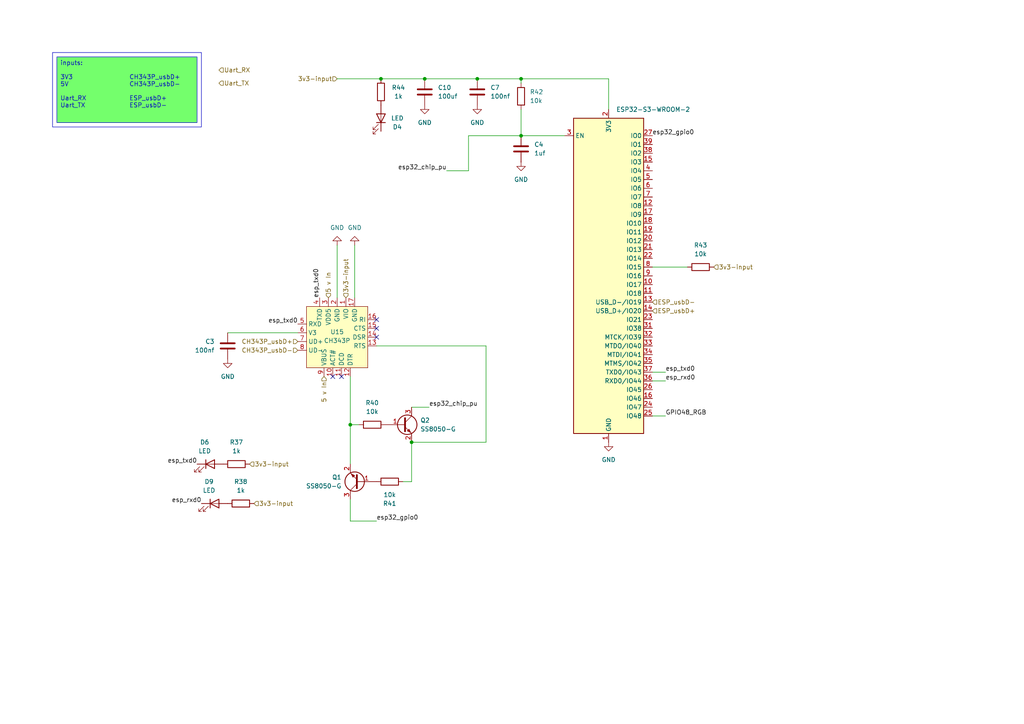
<source format=kicad_sch>
(kicad_sch (version 20231120) (generator "eeschema") (generator_version "8.0")
  (paper "A4")
  (lib_symbols
    (symbol "Device:C" (pin_numbers hide) (pin_names (offset 0.254))
      (property "Reference" "C" (at 0.635 2.54 0))
      (property "Value" "C" (at 0.635 -2.54 0))
      (symbol "C_0_1"
        (polyline (pts (xy -2.032 -0.762) (xy 2.032 -0.762)) (stroke (width 0.508)))
        (polyline (pts (xy -2.032 0.762) (xy 2.032 0.762)) (stroke (width 0.508)))
      )
      (symbol "C_1_1"
        (pin passive line (at 0 3.81 270) (length 2.794) (name "~") (number "1"))
        (pin passive line (at 0 -3.81 90) (length 2.794) (name "~") (number "2"))
      )
    )
    (symbol "Device:LED" (pin_numbers hide) (pin_names (offset 1.016) hide)
      (property "Reference" "D" (at 0 2.54 0))
      (property "Value" "LED" (at 0 -2.54 0))
      (symbol "LED_0_1"
        (polyline (pts (xy -1.27 -1.27) (xy -1.27 1.27)) (stroke (width 0.254)))
        (polyline (pts (xy -1.27 0) (xy 1.27 0)))
        (polyline (pts (xy 1.27 -1.27) (xy 1.27 1.27) (xy -1.27 0) (xy 1.27 -1.27)) (stroke (width 0.254)))
        (polyline (pts (xy -3.048 -0.762) (xy -4.572 -2.286) (xy -3.81 -2.286) (xy -4.572 -2.286) (xy -4.572 -1.524)))
        (polyline (pts (xy -1.778 -0.762) (xy -3.302 -2.286) (xy -2.54 -2.286) (xy -3.302 -2.286) (xy -3.302 -1.524)))
      )
      (symbol "LED_1_1"
        (pin passive line (at -3.81 0 0) (length 2.54) (name "K") (number "1"))
        (pin passive line (at 3.81 0 180) (length 2.54) (name "A") (number "2"))
      )
    )
    (symbol "Device:R" (pin_numbers hide) (pin_names (offset 0))
      (property "Reference" "R" (at 2.032 0 90))
      (property "Value" "R" (at 0 0 90))
      (symbol "R_0_1"
        (rectangle (start -1.016 -2.54) (end 1.016 2.54) (stroke (width 0.254)))
      )
      (symbol "R_1_1"
        (pin passive line (at 0 3.81 270) (length 1.27) (name "~") (number "1"))
        (pin passive line (at 0 -3.81 90) (length 1.27) (name "~") (number "2"))
      )
    )
    (symbol "RF_Module:ESP32-S3-WROOM-2"
      (property "Reference" "U" (at -10.16 45.72 0))
      (property "Value" "ESP32-S3-WROOM-2" (at 2.54 45.72 0))
      (symbol "ESP32-S3-WROOM-2_0_1"
        (rectangle (start -10.16 45.72) (end 10.16 -45.72) (stroke (width 0.254)) (fill (type background)))
      )
      (symbol "ESP32-S3-WROOM-2_1_1"
        (pin power_in line (at 0 -48.26 90) (length 2.54) (name "GND") (number "1"))
        (pin bidirectional line (at 12.7 -2.54 180) (length 2.54) (name "IO17") (number "10"))
        (pin bidirectional line (at 12.7 -5.08 180) (length 2.54) (name "IO18") (number "11"))
        (pin bidirectional line (at 12.7 20.32 180) (length 2.54) (name "IO8") (number "12"))
        (pin bidirectional line (at 12.7 -7.62 180) (length 2.54) (name "USB_D-/IO19") (number "13"))
        (pin bidirectional line (at 12.7 -10.16 180) (length 2.54) (name "USB_D+/IO20") (number "14"))
        (pin bidirectional line (at 12.7 33.02 180) (length 2.54) (name "IO3") (number "15"))
        (pin bidirectional line (at 12.7 -35.56 180) (length 2.54) (name "IO46") (number "16"))
        (pin bidirectional line (at 12.7 17.78 180) (length 2.54) (name "IO9") (number "17"))
        (pin bidirectional line (at 12.7 15.24 180) (length 2.54) (name "IO10") (number "18"))
        (pin bidirectional line (at 12.7 12.7 180) (length 2.54) (name "IO11") (number "19"))
        (pin power_in line (at 0 48.26 270) (length 2.54) (name "3V3") (number "2"))
        (pin bidirectional line (at 12.7 10.16 180) (length 2.54) (name "IO12") (number "20"))
        (pin bidirectional line (at 12.7 7.62 180) (length 2.54) (name "IO13") (number "21"))
        (pin bidirectional line (at 12.7 5.08 180) (length 2.54) (name "IO14") (number "22"))
        (pin bidirectional line (at 12.7 -12.7 180) (length 2.54) (name "IO21") (number "23"))
        (pin bidirectional line (at 12.7 -38.1 180) (length 2.54) (name "IO47") (number "24"))
        (pin bidirectional line (at 12.7 -40.64 180) (length 2.54) (name "IO48") (number "25"))
        (pin bidirectional line (at 12.7 -33.02 180) (length 2.54) (name "IO45") (number "26"))
        (pin bidirectional line (at 12.7 40.64 180) (length 2.54) (name "IO0") (number "27"))
        (pin no_connect line (at -10.16 -35.56 0) (length 2.54) hide (name "NC") (number "28"))
        (pin no_connect line (at -10.16 -38.1 0) (length 2.54) hide (name "NC") (number "29"))
        (pin input line (at -12.7 40.64 0) (length 2.54) (name "EN") (number "3"))
        (pin no_connect line (at -10.16 -40.64 0) (length 2.54) hide (name "NC") (number "30"))
        (pin bidirectional line (at 12.7 -15.24 180) (length 2.54) (name "IO38") (number "31"))
        (pin bidirectional line (at 12.7 -17.78 180) (length 2.54) (name "MTCK/IO39") (number "32"))
        (pin bidirectional line (at 12.7 -20.32 180) (length 2.54) (name "MTDO/IO40") (number "33"))
        (pin bidirectional line (at 12.7 -22.86 180) (length 2.54) (name "MTDI/IO41") (number "34"))
        (pin bidirectional line (at 12.7 -25.4 180) (length 2.54) (name "MTMS/IO42") (number "35"))
        (pin bidirectional line (at 12.7 -30.48 180) (length 2.54) (name "RXD0/IO44") (number "36"))
        (pin bidirectional line (at 12.7 -27.94 180) (length 2.54) (name "TXD0/IO43") (number "37"))
        (pin bidirectional line (at 12.7 35.56 180) (length 2.54) (name "IO2") (number "38"))
        (pin bidirectional line (at 12.7 38.1 180) (length 2.54) (name "IO1") (number "39"))
        (pin bidirectional line (at 12.7 30.48 180) (length 2.54) (name "IO4") (number "4"))
        (pin passive line (at 0 -48.26 90) (length 2.54) hide (name "GND") (number "40"))
        (pin passive line (at 0 -48.26 90) (length 2.54) hide (name "GND") (number "41"))
        (pin bidirectional line (at 12.7 27.94 180) (length 2.54) (name "IO5") (number "5"))
        (pin bidirectional line (at 12.7 25.4 180) (length 2.54) (name "IO6") (number "6"))
        (pin bidirectional line (at 12.7 22.86 180) (length 2.54) (name "IO7") (number "7"))
        (pin bidirectional line (at 12.7 2.54 180) (length 2.54) (name "IO15") (number "8"))
        (pin bidirectional line (at 12.7 0 180) (length 2.54) (name "IO16") (number "9"))
      )
    )
    (symbol "Transistor_BJT:BC817" (pin_names (offset 0) hide)
      (property "Reference" "Q" (at 5.08 1.905 0))
      (property "Value" "BC817" (at 5.08 0 0))
      (symbol "BC817_0_1"
        (polyline (pts (xy 0.635 0.635) (xy 2.54 2.54)))
        (polyline (pts (xy 0.635 -0.635) (xy 2.54 -2.54) (xy 2.54 -2.54)))
        (polyline (pts (xy 0.635 1.905) (xy 0.635 -1.905) (xy 0.635 -1.905)) (stroke (width 0.508)))
        (polyline (pts (xy 1.27 -1.778) (xy 1.778 -1.27) (xy 2.286 -2.286) (xy 1.27 -1.778) (xy 1.27 -1.778)) (fill (type outline)))
        (circle (center 1.27 0) (radius 2.8194) (stroke (width 0.254)))
      )
      (symbol "BC817_1_1"
        (pin input line (at -5.08 0 0) (length 5.715) (name "B") (number "1"))
        (pin passive line (at 2.54 -5.08 90) (length 2.54) (name "E") (number "2"))
        (pin passive line (at 2.54 5.08 270) (length 2.54) (name "C") (number "3"))
      )
    )
    (symbol "power:GND" (power) (pin_numbers hide) (pin_names (offset 0) hide)
      (property "Value" "GND" (at 0 -3.81 0))
      (symbol "GND_0_1"
        (polyline (pts (xy 0 0) (xy 0 -1.27) (xy 1.27 -1.27) (xy 0 -2.54) (xy -1.27 -1.27) (xy 0 -1.27)))
      )
      (symbol "GND_1_1"
        (pin power_in line (at 0 0 270) (length 0) (name "~") (number "1"))
      )
    )
    (symbol "wch_mcu_peripheral:CH343P"
      (property "Reference" "U" (at 3.81 -19.05 0))
      (property "Value" "CH343P" (at -1.27 -19.05 0))
      (symbol "CH343P_0_1"
        (rectangle (start -8.89 8.89) (end 8.89 -8.89) (fill (type background)))
      )
      (symbol "CH343P_1_1"
        (pin passive line (at -2.54 -11.43 90) (length 2.54) (name "VIO") (number "1"))
        (pin passive line (at 1.27 11.43 270) (length 2.54) (name "ACT#") (number "10"))
        (pin passive line (at -1.27 11.43 270) (length 2.54) (name "DCD") (number "11"))
        (pin passive line (at -3.81 11.43 270) (length 2.54) (name "DTR") (number "12"))
        (pin passive line (at -11.43 2.54 0) (length 2.54) (name "RTS") (number "13"))
        (pin passive line (at -11.43 0 0) (length 2.54) (name "DSR") (number "14"))
        (pin passive line (at -11.43 -2.54 0) (length 2.54) (name "CTS") (number "15"))
        (pin passive line (at -11.43 -5.08 0) (length 2.54) (name "RI") (number "16"))
        (pin power_in line (at -5.08 -11.43 90) (length 2.54) (name "GND") (number "17"))
        (pin power_in line (at 0 -11.43 90) (length 2.54) (name "GND") (number "2"))
        (pin power_in line (at 2.54 -11.43 90) (length 2.54) (name "VDD5") (number "3"))
        (pin output line (at 5.08 -11.43 90) (length 2.54) (name "TXD") (number "4"))
        (pin input line (at 11.43 -3.81 180) (length 2.54) (name "RXD") (number "5"))
        (pin passive line (at 11.43 -1.27 180) (length 2.54) (name "V3") (number "6"))
        (pin bidirectional line (at 11.43 1.27 180) (length 2.54) (name "UD+") (number "7"))
        (pin bidirectional line (at 11.43 3.81 180) (length 2.54) (name "UD-") (number "8"))
        (pin power_in line (at 3.81 11.43 270) (length 2.54) (name "VBUS") (number "9"))
      )
    )
  )
  (junction (at 123.19 22.86))
  (junction (at 110.49 22.86))
  (junction (at 119.38 128.27))
  (junction (at 151.13 22.86))
  (junction (at 151.13 39.37))
  (junction (at 101.6 123.19))
  (junction (at 138.43 22.86))
  (no_connect (at 99.06 109.22))
  (no_connect (at 96.52 109.22))
  (no_connect (at 109.22 92.71))
  (no_connect (at 109.22 95.25))
  (no_connect (at 109.22 97.79))
  (wire (pts (xy 101.6 123.19) (xy 101.6 134.62)))
  (wire (pts (xy 140.97 100.33) (xy 140.97 128.27)))
  (wire (pts (xy 151.13 31.75) (xy 151.13 39.37)))
  (wire (pts (xy 189.23 120.65) (xy 193.04 120.65)))
  (wire (pts (xy 135.89 49.53) (xy 135.89 39.37)))
  (wire (pts (xy 135.89 39.37) (xy 151.13 39.37)))
  (wire (pts (xy 101.6 109.22) (xy 101.6 123.19)))
  (wire (pts (xy 109.22 100.33) (xy 140.97 100.33)))
  (wire (pts (xy 176.53 22.86) (xy 176.53 31.75)))
  (wire (pts (xy 189.23 107.95) (xy 193.04 107.95)))
  (wire (pts (xy 138.43 22.86) (xy 151.13 22.86)))
  (wire (pts (xy 189.23 77.47) (xy 199.39 77.47)))
  (wire (pts (xy 151.13 22.86) (xy 151.13 24.13)))
  (wire (pts (xy 151.13 39.37) (xy 163.83 39.37)))
  (wire (pts (xy 110.49 22.86) (xy 123.19 22.86)))
  (wire (pts (xy 116.84 139.7) (xy 119.38 139.7)))
  (wire (pts (xy 101.6 151.13) (xy 101.6 144.78)))
  (wire (pts (xy 101.6 123.19) (xy 104.14 123.19)))
  (wire (pts (xy 123.19 22.86) (xy 138.43 22.86)))
  (wire (pts (xy 189.23 110.49) (xy 193.04 110.49)))
  (wire (pts (xy 102.87 71.12) (xy 102.87 86.36)))
  (wire (pts (xy 97.79 22.86) (xy 110.49 22.86)))
  (wire (pts (xy 151.13 22.86) (xy 176.53 22.86)))
  (wire (pts (xy 119.38 128.27) (xy 119.38 139.7)))
  (wire (pts (xy 86.36 96.52) (xy 66.04 96.52)))
  (wire (pts (xy 140.97 128.27) (xy 119.38 128.27)))
  (wire (pts (xy 119.38 118.11) (xy 124.46 118.11)))
  (wire (pts (xy 97.79 71.12) (xy 97.79 86.36)))
  (wire (pts (xy 101.6 151.13) (xy 109.22 151.13)))
  (wire (pts (xy 129.54 49.53) (xy 135.89 49.53)))
  (rectangle (start 15.24 15.24) (end 58.42 36.83))
  (text_box "inputs:\n\n3V3				CH343P_usbD+\n5V				CH343P_usbD-\n\nUart_RX			ESP_usbD+\nUart_TX			ESP_usbD-\n\n" (at 16.51 16.51 0) (size 40.64 19.05) (fill (type color) (color 116 255 108 1)) (effects (font (size 1.27 1.27)) (justify left top)))
  (label "esp_rxd0" (at 58.42 146.05 180))
  (label "esp_txd0" (at 86.36 93.98 180))
  (label "esp32_chip_pu" (at 124.46 118.11 0))
  (label "esp32_gpio0" (at 189.23 39.37 0))
  (label "esp_rxd0" (at 193.04 110.49 0))
  (label "GPIO48_RGB" (at 193.04 120.65 0))
  (label "esp_txd0" (at 193.04 107.95 0))
  (label "esp32_gpio0" (at 109.22 151.13 0))
  (label "esp_txd0" (at 92.71 86.36 90))
  (label "esp32_chip_pu" (at 129.54 49.53 180))
  (label "esp_txd0" (at 57.15 134.62 180))
  (hierarchical_label "Uart_RX" (shape input) (at 63.5 20.32 0))
  (hierarchical_label "3v3-input" (shape input) (at 207.01 77.47 0))
  (hierarchical_label "CH343P_usbD-" (shape input) (at 86.36 101.6 180))
  (hierarchical_label "ESP_usbD+" (shape input) (at 189.23 90.17 0))
  (hierarchical_label "Uart_TX" (shape input) (at 63.5 24.13 0))
  (hierarchical_label "3v3-input" (shape input) (at 100.33 86.36 90))
  (hierarchical_label "5 v In" (shape input) (at 93.98 109.22 270))
  (hierarchical_label "ESP_usbD-" (shape input) (at 189.23 87.63 0))
  (hierarchical_label "3v3-input" (shape input) (at 73.66 146.05 0))
  (hierarchical_label "CH343P_usbD+" (shape input) (at 86.36 99.06 180))
  (hierarchical_label "3v3-input" (shape input) (at 97.79 22.86 180))
  (hierarchical_label "5 v In" (shape input) (at 95.25 86.36 90))
  (hierarchical_label "3v3-input" (shape input) (at 72.39 134.62 0))
  (symbol (lib_id "wch_mcu_peripheral:CH343P") (at 97.79 97.79 180) (unit 1)
    (property "Reference" "U15" (at 97.79 96.266 0))
    (property "Value" "CH343P" (at 97.79 98.806 0))
    (property "Footprint" "Package_DFN_QFN:QFN-16-1EP_3x3mm_P0.5mm_EP1.7x1.7mm_ThermalVias" (effects (hide yes)))
  )
  (symbol (lib_id "Transistor_BJT:BC817") (at 104.14 139.7 180) (unit 1)
    (property "Reference" "Q1" (at 99.06 138.4299 0) (effects (justify left)))
    (property "Value" "SS8050-G" (at 99.06 140.9699 0) (effects (justify left)))
    (property "Footprint" "Package_TO_SOT_THT:TO-18-3_Lens" (effects (hide yes)))
    (property "Datasheet" "https://www.onsemi.com/pub/Collateral/BC818-D.pdf" (effects (hide yes)))
    (property "Description" "0.8A Ic, 45V Vce, NPN Transistor, SOT-23" (effects (hide yes)))
  )
  (symbol (lib_id "Device:LED") (at 62.23 146.05 0) (unit 1)
    (property "Reference" "D9" (at 60.6425 139.7 0))
    (property "Value" "LED" (at 60.6425 142.24 0))
    (property "Description" "Light emitting diode" (effects (hide yes)))
  )
  (symbol (lib_id "Device:R") (at 151.13 27.94 180) (unit 1)
    (property "Reference" "R42" (at 153.67 26.6699 0) (effects (justify right)))
    (property "Value" "10k" (at 153.67 29.2099 0) (effects (justify right)))
    (property "Footprint" "Resistor_SMD:R_0805_2012Metric_Pad1.20x1.40mm_HandSolder" (effects (hide yes)))
    (property "Description" "Resistor" (effects (hide yes)))
  )
  (symbol (lib_id "power:GND") (at 151.13 46.99 0) (unit 1)
    (property "Reference" "#PWR046" (effects (hide yes)))
    (property "Value" "GND" (at 151.13 52.07 0))
    (property "Description" "Power symbol creates a global label with name \"GND\" , ground" (effects (hide yes)))
  )
  (symbol (lib_id "Device:R") (at 113.03 139.7 90) (mirror x) (unit 1)
    (property "Reference" "R41" (at 113.03 146.05 90))
    (property "Value" "10k" (at 113.03 143.51 90))
    (property "Footprint" "Resistor_SMD:R_0805_2012Metric_Pad1.20x1.40mm_HandSolder" (effects (hide yes)))
    (property "Description" "Resistor" (effects (hide yes)))
  )
  (symbol (lib_id "Device:C") (at 66.04 100.33 0) (mirror y) (unit 1)
    (property "Reference" "C3" (at 62.23 99.0599 0) (effects (justify left)))
    (property "Value" "100nf" (at 62.23 101.5999 0) (effects (justify left)))
    (property "Footprint" "Capacitor_SMD:C_0805_2012Metric" (effects (hide yes)))
    (property "Description" "Unpolarized capacitor" (effects (hide yes)))
  )
  (symbol (lib_id "power:GND") (at 66.04 104.14 0) (mirror y) (unit 1)
    (property "Reference" "#PWR050" (effects (hide yes)))
    (property "Value" "GND" (at 66.04 109.22 0))
    (property "Description" "Power symbol creates a global label with name \"GND\" , ground" (effects (hide yes)))
  )
  (symbol (lib_id "Device:R") (at 69.85 146.05 90) (unit 1)
    (property "Reference" "R38" (at 69.85 139.7 90))
    (property "Value" "1k" (at 69.85 142.24 90))
    (property "Footprint" "Resistor_SMD:R_0805_2012Metric_Pad1.20x1.40mm_HandSolder" (effects (hide yes)))
    (property "Description" "Resistor" (effects (hide yes)))
  )
  (symbol (lib_id "Device:C") (at 138.43 26.67 0) (unit 1)
    (property "Reference" "C7" (at 142.24 25.3999 0) (effects (justify left)))
    (property "Value" "100nf" (at 142.24 27.9399 0) (effects (justify left)))
    (property "Footprint" "Capacitor_SMD:C_0805_2012Metric" (effects (hide yes)))
    (property "Description" "Unpolarized capacitor" (effects (hide yes)))
  )
  (symbol (lib_id "power:GND") (at 123.19 30.48 0) (unit 1)
    (property "Reference" "#PWR048" (effects (hide yes)))
    (property "Value" "GND" (at 123.19 35.56 0))
    (property "Description" "Power symbol creates a global label with name \"GND\" , ground" (effects (hide yes)))
  )
  (symbol (lib_id "power:GND") (at 138.43 30.48 0) (unit 1)
    (property "Reference" "#PWR047" (effects (hide yes)))
    (property "Value" "GND" (at 138.43 35.56 0))
    (property "Description" "Power symbol creates a global label with name \"GND\" , ground" (effects (hide yes)))
  )
  (symbol (lib_id "power:GND") (at 97.79 71.12 0) (mirror x) (unit 1)
    (property "Reference" "#PWR049" (effects (hide yes)))
    (property "Value" "GND" (at 97.79 66.04 0))
    (property "Description" "Power symbol creates a global label with name \"GND\" , ground" (effects (hide yes)))
  )
  (symbol (lib_id "Device:LED") (at 110.49 34.29 270) (mirror x) (unit 1)
    (property "Reference" "D4" (at 115.2525 36.83 90))
    (property "Value" "LED" (at 115.2525 34.29 90))
    (property "Description" "Light emitting diode" (effects (hide yes)))
  )
  (symbol (lib_id "RF_Module:ESP32-S3-WROOM-2") (at 176.53 80.01 0) (unit 1)
    (property "Reference" "U8" (effects (hide yes)))
    (property "Value" "ESP32-S3-WROOM-2" (at 178.7241 31.75 0) (effects (justify left)))
    (property "Footprint" "RF_Module:ESP32-S3-WROOM-2" (effects (hide yes)))
    (property "Datasheet" "https://www.espressif.com/sites/default/files/documentation/esp32-s3-wroom-2_datasheet_en.pdf" (effects (hide yes)))
    (property "Description" "RF Module, 2.4 GHz, Wi­-Fi, Bluetooth, BLE, ESP32­-S3R8V" (effects (hide yes)))
  )
  (symbol (lib_id "Device:R") (at 68.58 134.62 90) (unit 1)
    (property "Reference" "R37" (at 68.58 128.27 90))
    (property "Value" "1k" (at 68.58 130.81 90))
    (property "Footprint" "Resistor_SMD:R_0805_2012Metric_Pad1.20x1.40mm_HandSolder" (effects (hide yes)))
    (property "Description" "Resistor" (effects (hide yes)))
  )
  (symbol (lib_id "Device:R") (at 203.2 77.47 270) (unit 1)
    (property "Reference" "R43" (at 203.2 71.12 90))
    (property "Value" "10k" (at 203.2 73.66 90))
    (property "Footprint" "Resistor_SMD:R_0805_2012Metric_Pad1.20x1.40mm_HandSolder" (effects (hide yes)))
    (property "Description" "Resistor" (effects (hide yes)))
  )
  (symbol (lib_id "Device:C") (at 123.19 26.67 0) (unit 1)
    (property "Reference" "C10" (at 127 25.3999 0) (effects (justify left)))
    (property "Value" "100uf" (at 127 27.9399 0) (effects (justify left)))
    (property "Footprint" "Capacitor_SMD:C_0805_2012Metric" (effects (hide yes)))
    (property "Description" "Unpolarized capacitor" (effects (hide yes)))
  )
  (symbol (lib_id "power:GND") (at 102.87 71.12 0) (mirror x) (unit 1)
    (property "Reference" "#PWR051" (effects (hide yes)))
    (property "Value" "GND" (at 102.87 66.04 0))
    (property "Description" "Power symbol creates a global label with name \"GND\" , ground" (effects (hide yes)))
  )
  (symbol (lib_id "Device:R") (at 107.95 123.19 90) (unit 1)
    (property "Reference" "R40" (at 107.95 116.84 90))
    (property "Value" "10k" (at 107.95 119.38 90))
    (property "Footprint" "Resistor_SMD:R_0805_2012Metric_Pad1.20x1.40mm_HandSolder" (effects (hide yes)))
    (property "Description" "Resistor" (effects (hide yes)))
  )
  (symbol (lib_id "Device:C") (at 151.13 43.18 0) (unit 1)
    (property "Reference" "C4" (at 154.94 41.9099 0) (effects (justify left)))
    (property "Value" "1uf" (at 154.94 44.4499 0) (effects (justify left)))
    (property "Footprint" "Capacitor_SMD:C_0805_2012Metric" (effects (hide yes)))
    (property "Description" "Unpolarized capacitor" (effects (hide yes)))
  )
  (symbol (lib_id "Device:R") (at 110.49 26.67 0) (mirror x) (unit 1)
    (property "Reference" "R44" (at 115.57 25.4 0))
    (property "Value" "1k" (at 115.57 27.94 0))
    (property "Footprint" "Resistor_SMD:R_0805_2012Metric_Pad1.20x1.40mm_HandSolder" (effects (hide yes)))
    (property "Description" "Resistor" (effects (hide yes)))
  )
  (symbol (lib_id "Device:LED") (at 60.96 134.62 0) (unit 1)
    (property "Reference" "D6" (at 59.3725 128.27 0))
    (property "Value" "LED" (at 59.3725 130.81 0))
    (property "Description" "Light emitting diode" (effects (hide yes)))
  )
  (symbol (lib_id "power:GND") (at 176.53 128.27 0) (unit 1)
    (property "Reference" "#PWR038" (effects (hide yes)))
    (property "Value" "GND" (at 176.53 133.35 0))
    (property "Description" "Power symbol creates a global label with name \"GND\" , ground" (effects (hide yes)))
  )
  (symbol (lib_id "Transistor_BJT:BC817") (at 116.84 123.19 0) (unit 1)
    (property "Reference" "Q2" (at 121.92 121.9199 0) (effects (justify left)))
    (property "Value" "SS8050-G" (at 121.92 124.4599 0) (effects (justify left)))
    (property "Footprint" "Package_TO_SOT_THT:TO-18-3_Lens" (effects (hide yes)))
    (property "Datasheet" "https://www.onsemi.com/pub/Collateral/BC818-D.pdf" (effects (hide yes)))
    (property "Description" "0.8A Ic, 45V Vce, NPN Transistor, SOT-23" (effects (hide yes)))
  )
)
</source>
